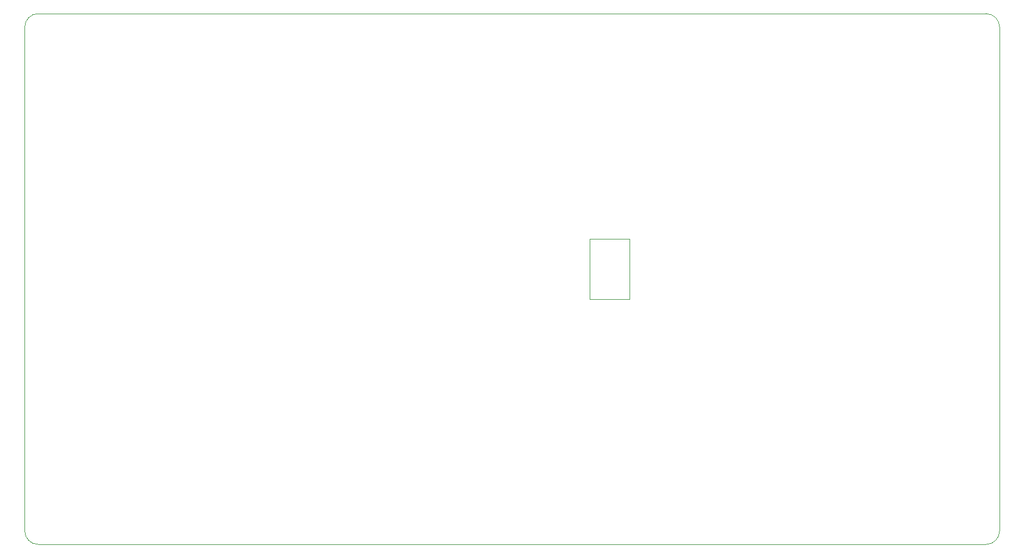
<source format=gbr>
G04 #@! TF.FileFunction,Profile,NP*
%FSLAX46Y46*%
G04 Gerber Fmt 4.6, Leading zero omitted, Abs format (unit mm)*
G04 Created by KiCad (PCBNEW 4.0.7) date 06/30/18 16:29:44*
%MOMM*%
%LPD*%
G01*
G04 APERTURE LIST*
%ADD10C,0.100000*%
G04 APERTURE END LIST*
D10*
X158000000Y-102000000D02*
X152000000Y-102000000D01*
X158000000Y-111000000D02*
X158000000Y-102000000D01*
X152000000Y-111000000D02*
X158000000Y-111000000D01*
X152000000Y-102000000D02*
X152000000Y-111000000D01*
X68000000Y-145500000D02*
G75*
G03X70000000Y-147500000I2000000J0D01*
G01*
X70000000Y-68500000D02*
G75*
G03X68000000Y-70500000I0J-2000000D01*
G01*
X213000000Y-70500000D02*
G75*
G03X211000000Y-68500000I-2000000J0D01*
G01*
X211000000Y-147500000D02*
G75*
G03X213000000Y-145500000I0J2000000D01*
G01*
X213000000Y-70500000D02*
X213000000Y-145500000D01*
X70000000Y-68500000D02*
X211000000Y-68500000D01*
X70000000Y-147500000D02*
X211000000Y-147500000D01*
X68000000Y-70500000D02*
X68000000Y-145500000D01*
M02*

</source>
